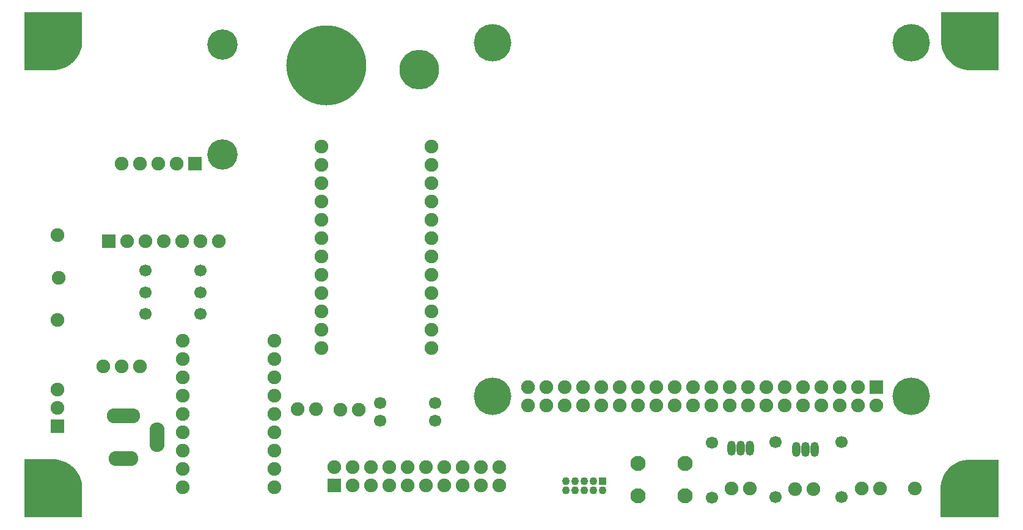
<source format=gbs>
G04*
G04 #@! TF.GenerationSoftware,Altium Limited,Altium Designer,20.1.14 (287)*
G04*
G04 Layer_Color=16711935*
%FSLAX44Y44*%
%MOMM*%
G71*
G04*
G04 #@! TF.SameCoordinates,9E3E63A2-1E6E-47A1-B23A-5F7B0E76B0C2*
G04*
G04*
G04 #@! TF.FilePolarity,Negative*
G04*
G01*
G75*
%ADD19C,1.9000*%
%ADD20R,1.9000X1.9000*%
%ADD21C,4.2000*%
%ADD22C,5.2000*%
%ADD23C,1.1000*%
%ADD24R,1.1000X1.1000*%
%ADD25O,2.1000X4.1000*%
%ADD26O,4.1000X2.1000*%
%ADD27O,4.6000X2.1000*%
%ADD28R,1.9000X1.9000*%
%ADD29C,1.7000*%
%ADD30C,2.1000*%
%ADD31O,1.1500X2.1000*%
%ADD32C,5.5000*%
%ADD33C,11.1000*%
%ADD34C,7.2000*%
G36*
X79999Y40001D02*
X80000Y39999D01*
Y0D01*
X0D01*
Y80000D01*
X40001Y80001D01*
X42622Y80001D01*
X47821Y79317D01*
X52886Y77959D01*
X57730Y75953D01*
X62271Y73331D01*
X66431Y70139D01*
X70138Y66431D01*
X73330Y62271D01*
X75952Y57730D01*
X77958Y52886D01*
X79315Y47821D01*
X79999Y42622D01*
X79999Y40001D01*
X79999D01*
D02*
G37*
G36*
X40001Y620001D02*
X39999Y620000D01*
X0D01*
Y700000D01*
X80000D01*
X80001Y659999D01*
X80001Y657378D01*
X79317Y652179D01*
X77959Y647114D01*
X75953Y642270D01*
X73331Y637729D01*
X70139Y633569D01*
X66431Y629862D01*
X62271Y626670D01*
X57730Y624048D01*
X52886Y622042D01*
X47821Y620685D01*
X42622Y620000D01*
X40001Y620001D01*
D01*
D02*
G37*
G36*
X1309426Y79571D02*
X1309427Y79572D01*
X1349427D01*
Y-428D01*
X1269427D01*
X1269426Y39572D01*
X1269426Y42194D01*
X1270110Y47393D01*
X1271467Y52457D01*
X1273474Y57302D01*
X1276096Y61842D01*
X1279288Y66002D01*
X1282996Y69710D01*
X1287156Y72902D01*
X1291697Y75524D01*
X1296541Y77530D01*
X1301606Y78887D01*
X1306805Y79571D01*
X1309426Y79571D01*
X1309426Y79571D01*
D02*
G37*
G36*
X1270001Y659999D02*
X1270000Y660001D01*
Y700000D01*
X1350000D01*
Y620000D01*
X1309999Y619999D01*
X1307378Y619999D01*
X1302179Y620683D01*
X1297114Y622040D01*
X1292270Y624047D01*
X1287729Y626669D01*
X1283569Y629861D01*
X1279862Y633569D01*
X1276670Y637729D01*
X1274048Y642270D01*
X1272042Y647114D01*
X1270685Y652179D01*
X1270001Y657378D01*
X1270001Y659999D01*
Y659999D01*
D02*
G37*
D19*
X160000Y490000D02*
D03*
X185400D02*
D03*
X210800D02*
D03*
X134600D02*
D03*
X1180200Y154600D02*
D03*
X1154800Y180000D02*
D03*
Y154600D02*
D03*
X1129400Y180000D02*
D03*
Y154600D02*
D03*
X1104000Y180000D02*
D03*
Y154600D02*
D03*
X1078600Y180000D02*
D03*
Y154600D02*
D03*
X1053200Y180000D02*
D03*
Y154600D02*
D03*
X1027800Y180000D02*
D03*
Y154600D02*
D03*
X1002400Y180000D02*
D03*
Y154600D02*
D03*
X977000Y180000D02*
D03*
Y154600D02*
D03*
X951600Y180000D02*
D03*
Y154600D02*
D03*
X926200Y180000D02*
D03*
Y154600D02*
D03*
X900800Y180000D02*
D03*
Y154600D02*
D03*
X875400Y180000D02*
D03*
Y154600D02*
D03*
X850000Y180000D02*
D03*
Y154600D02*
D03*
X824600Y180000D02*
D03*
Y154600D02*
D03*
X799200Y180000D02*
D03*
Y154600D02*
D03*
X773800Y180000D02*
D03*
Y154600D02*
D03*
X748400Y180000D02*
D03*
Y154600D02*
D03*
X723000Y180000D02*
D03*
Y154600D02*
D03*
X697600Y180000D02*
D03*
Y154600D02*
D03*
X219500Y244600D02*
D03*
Y41400D02*
D03*
Y92200D02*
D03*
Y219200D02*
D03*
Y193800D02*
D03*
Y168400D02*
D03*
Y143000D02*
D03*
Y117600D02*
D03*
Y66800D02*
D03*
X346500Y244600D02*
D03*
Y219200D02*
D03*
Y193800D02*
D03*
Y168400D02*
D03*
Y117600D02*
D03*
Y41400D02*
D03*
Y66800D02*
D03*
Y92200D02*
D03*
Y143000D02*
D03*
X1233500Y39250D02*
D03*
X218800Y382250D02*
D03*
X142600D02*
D03*
X168000D02*
D03*
X193400D02*
D03*
X269600D02*
D03*
X244200D02*
D03*
X46250Y177150D02*
D03*
Y151750D02*
D03*
X46250Y390750D02*
D03*
X47750Y332000D02*
D03*
X46250Y273500D02*
D03*
X657900Y68900D02*
D03*
X632500D02*
D03*
X607100D02*
D03*
X657900Y43500D02*
D03*
X632500D02*
D03*
X607100D02*
D03*
X429300Y68900D02*
D03*
X454700Y43500D02*
D03*
Y68900D02*
D03*
X480100Y43500D02*
D03*
Y68900D02*
D03*
X505500Y43500D02*
D03*
Y68900D02*
D03*
X530900Y43500D02*
D03*
X556300D02*
D03*
X530900Y68900D02*
D03*
X556300D02*
D03*
X581700Y43500D02*
D03*
Y68900D02*
D03*
X563700Y234300D02*
D03*
Y412100D02*
D03*
Y361300D02*
D03*
Y335900D02*
D03*
Y310500D02*
D03*
Y285100D02*
D03*
Y259700D02*
D03*
Y386700D02*
D03*
Y437500D02*
D03*
Y462900D02*
D03*
Y488300D02*
D03*
Y513700D02*
D03*
X411300Y335900D02*
D03*
Y386700D02*
D03*
Y412100D02*
D03*
Y437500D02*
D03*
Y462900D02*
D03*
Y488300D02*
D03*
Y361300D02*
D03*
Y310500D02*
D03*
Y285100D02*
D03*
Y259700D02*
D03*
Y234300D02*
D03*
Y513700D02*
D03*
X109600Y208750D02*
D03*
X135000D02*
D03*
X160400D02*
D03*
X1185400Y39250D02*
D03*
X1160000D02*
D03*
X1093450Y39000D02*
D03*
X1068050D02*
D03*
X1004950Y39500D02*
D03*
X979550D02*
D03*
X438050Y149250D02*
D03*
X463450D02*
D03*
X378800Y149500D02*
D03*
X404200D02*
D03*
D20*
X236200Y490000D02*
D03*
X1180200Y180000D02*
D03*
X117200Y382250D02*
D03*
X429300Y43500D02*
D03*
D21*
X274300Y502700D02*
D03*
Y655100D02*
D03*
D22*
X1228900Y167300D02*
D03*
X648900D02*
D03*
X1228900Y657300D02*
D03*
X648900D02*
D03*
D23*
X775748Y50100D02*
D03*
X775750Y37400D02*
D03*
X788448Y50100D02*
D03*
X788450Y37400D02*
D03*
X801150D02*
D03*
X763048Y50100D02*
D03*
X763050Y37400D02*
D03*
X750348Y50100D02*
D03*
X750350Y37400D02*
D03*
D24*
X801148Y50100D02*
D03*
D25*
X184000Y110750D02*
D03*
D26*
X137000Y80750D02*
D03*
D27*
Y140750D02*
D03*
D28*
X46250Y126350D02*
D03*
D29*
X569100Y158000D02*
D03*
X492900D02*
D03*
X568850Y133750D02*
D03*
X492650D02*
D03*
X167900Y281750D02*
D03*
X244100D02*
D03*
Y341500D02*
D03*
X167900D02*
D03*
X244100Y311750D02*
D03*
X167900D02*
D03*
X1132500Y103850D02*
D03*
Y27650D02*
D03*
X1040500Y27400D02*
D03*
Y103600D02*
D03*
X952250Y27150D02*
D03*
Y103350D02*
D03*
D30*
X915500Y29750D02*
D03*
Y74750D02*
D03*
X850500D02*
D03*
Y29750D02*
D03*
D31*
X1069550Y93500D02*
D03*
X1094950D02*
D03*
X1082250D02*
D03*
X979550Y95250D02*
D03*
X1004950D02*
D03*
X992250D02*
D03*
D32*
X546750Y620500D02*
D03*
D33*
X418750Y626500D02*
D03*
D34*
X1310000Y660000D02*
D03*
Y40000D02*
D03*
X40000Y660000D02*
D03*
Y40000D02*
D03*
M02*

</source>
